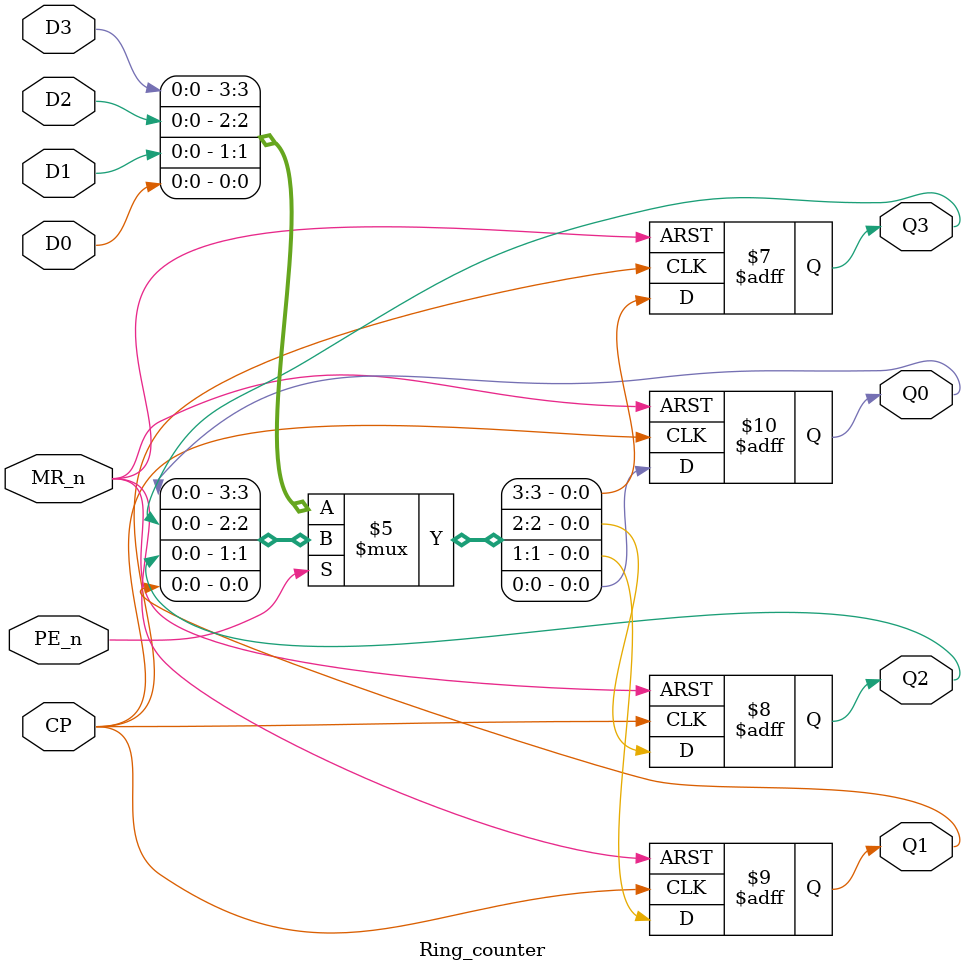
<source format=v>
`timescale 1ns / 1ps


module Ring_counter(
    input MR_n, CP, PE_n,
    input D3, D2, D1, D0,
    output reg Q3, Q2, Q1, Q0
    );
    always @(posedge CP, negedge MR_n)
        if(!MR_n)
            {Q3, Q2, Q1, Q0} <= 4'b0000;
        else
            if(!PE_n)
                {Q3, Q2, Q1, Q0} <= {D3, D2, D1, D0};
            else
                {Q3, Q2, Q1, Q0} <= {Q0, Q3, Q2, Q1};
endmodule

</source>
